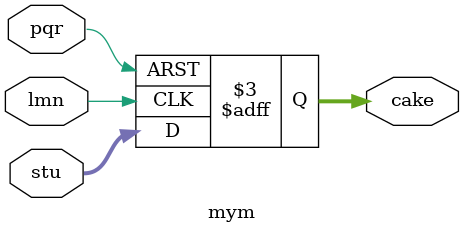
<source format=sv>
module mym (input pqr, input lmn,input [2:0] stu, output logic [2:0] cake); always @(posedge lmn,negedge pqr) if (!pqr) cake <=0; else cake <= stu; endmodule
module tb; mym i0 (); endmodule
</source>
